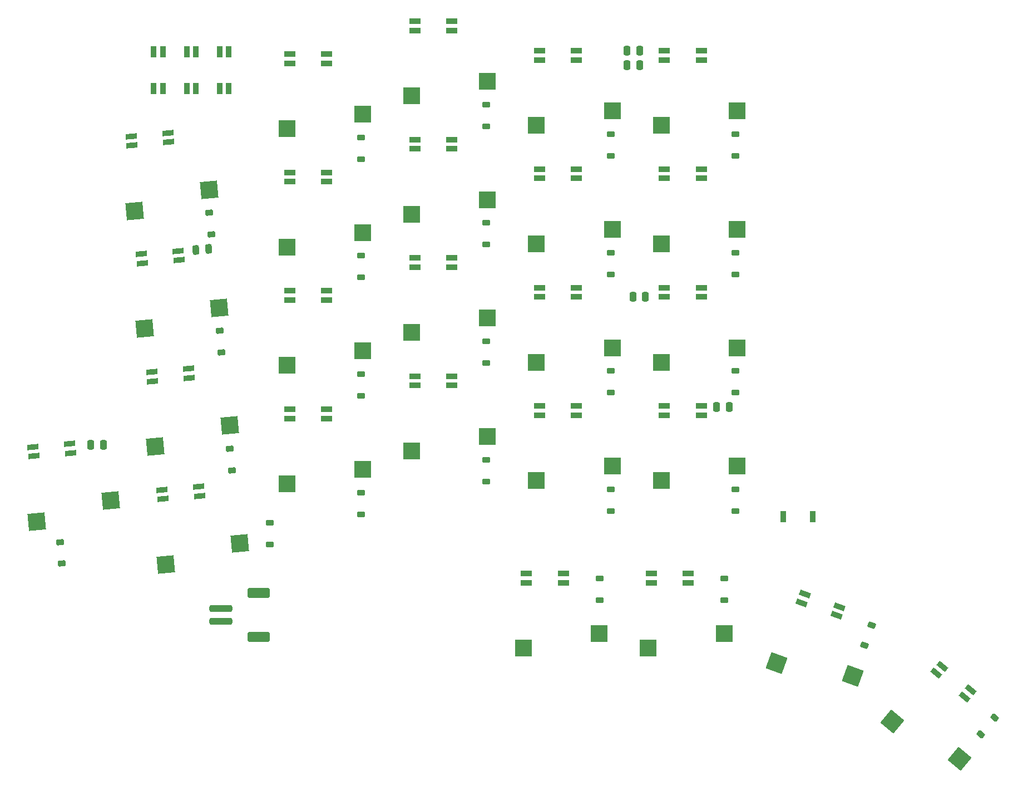
<source format=gtp>
G04 #@! TF.GenerationSoftware,KiCad,Pcbnew,8.0.5*
G04 #@! TF.CreationDate,2024-11-21T21:23:03+01:00*
G04 #@! TF.ProjectId,stellar,7374656c-6c61-4722-9e6b-696361645f70,rev?*
G04 #@! TF.SameCoordinates,Original*
G04 #@! TF.FileFunction,Paste,Top*
G04 #@! TF.FilePolarity,Positive*
%FSLAX46Y46*%
G04 Gerber Fmt 4.6, Leading zero omitted, Abs format (unit mm)*
G04 Created by KiCad (PCBNEW 8.0.5) date 2024-11-21 21:23:03*
%MOMM*%
%LPD*%
G01*
G04 APERTURE LIST*
G04 Aperture macros list*
%AMRoundRect*
0 Rectangle with rounded corners*
0 $1 Rounding radius*
0 $2 $3 $4 $5 $6 $7 $8 $9 X,Y pos of 4 corners*
0 Add a 4 corners polygon primitive as box body*
4,1,4,$2,$3,$4,$5,$6,$7,$8,$9,$2,$3,0*
0 Add four circle primitives for the rounded corners*
1,1,$1+$1,$2,$3*
1,1,$1+$1,$4,$5*
1,1,$1+$1,$6,$7*
1,1,$1+$1,$8,$9*
0 Add four rect primitives between the rounded corners*
20,1,$1+$1,$2,$3,$4,$5,0*
20,1,$1+$1,$4,$5,$6,$7,0*
20,1,$1+$1,$6,$7,$8,$9,0*
20,1,$1+$1,$8,$9,$2,$3,0*%
%AMRotRect*
0 Rectangle, with rotation*
0 The origin of the aperture is its center*
0 $1 length*
0 $2 width*
0 $3 Rotation angle, in degrees counterclockwise*
0 Add horizontal line*
21,1,$1,$2,0,0,$3*%
G04 Aperture macros list end*
%ADD10RoundRect,0.225000X0.375000X-0.225000X0.375000X0.225000X-0.375000X0.225000X-0.375000X-0.225000X0*%
%ADD11R,1.700000X0.825000*%
%ADD12RotRect,1.700000X0.825000X5.000000*%
%ADD13RoundRect,0.250000X0.250000X0.475000X-0.250000X0.475000X-0.250000X-0.475000X0.250000X-0.475000X0*%
%ADD14R,0.825000X1.700000*%
%ADD15RoundRect,0.225000X-0.375000X0.225000X-0.375000X-0.225000X0.375000X-0.225000X0.375000X0.225000X0*%
%ADD16RoundRect,0.225000X0.393183X-0.191460X0.353963X0.256827X-0.393183X0.191460X-0.353963X-0.256827X0*%
%ADD17RotRect,1.700000X0.825000X185.000000*%
%ADD18RotRect,1.700000X0.825000X340.000000*%
%ADD19RoundRect,0.250000X1.500000X-0.250000X1.500000X0.250000X-1.500000X0.250000X-1.500000X-0.250000X0*%
%ADD20RoundRect,0.250001X1.449999X-0.499999X1.449999X0.499999X-1.449999X0.499999X-1.449999X-0.499999X0*%
%ADD21RoundRect,0.250000X-0.207650X-0.494981X0.290448X-0.451404X0.207650X0.494981X-0.290448X0.451404X0*%
%ADD22R,0.900000X1.700000*%
%ADD23RotRect,1.700000X0.825000X320.000000*%
%ADD24RoundRect,0.225000X-0.275430X0.339688X-0.429339X-0.083173X0.275430X-0.339688X0.429339X0.083173X0*%
%ADD25RoundRect,0.225000X-0.142639X0.413405X-0.431894X0.068685X0.142639X-0.413405X0.431894X-0.068685X0*%
%ADD26RoundRect,0.250000X-0.250000X-0.475000X0.250000X-0.475000X0.250000X0.475000X-0.250000X0.475000X0*%
%ADD27R,2.600000X2.600000*%
%ADD28RotRect,2.600000X2.600000X5.000000*%
%ADD29RotRect,2.600000X2.600000X320.000000*%
%ADD30RotRect,2.600000X2.600000X340.000000*%
G04 APERTURE END LIST*
D10*
X146078201Y-70365578D03*
X146078201Y-67065578D03*
D11*
X176848634Y-120397840D03*
X176848634Y-121797840D03*
X171248634Y-121797840D03*
X171248634Y-120397840D03*
D12*
X82724962Y-100661515D03*
X82846980Y-102056187D03*
X77268290Y-102544259D03*
X77146272Y-101149587D03*
D11*
X178848634Y-94897840D03*
X178848634Y-96297840D03*
X173248634Y-96297840D03*
X173248634Y-94897840D03*
X121848634Y-59397840D03*
X121848634Y-60797840D03*
X116248634Y-60797840D03*
X116248634Y-59397840D03*
X135248634Y-73797840D03*
X135248634Y-72397840D03*
X140848634Y-72397840D03*
X140848634Y-73797840D03*
X135248634Y-37797840D03*
X135248634Y-36397840D03*
X140848634Y-36397840D03*
X140848634Y-37797840D03*
D10*
X165078201Y-110865578D03*
X165078201Y-107565578D03*
D11*
X159848634Y-94897840D03*
X159848634Y-96297840D03*
X154248634Y-96297840D03*
X154248634Y-94897840D03*
D13*
X170353100Y-78323600D03*
X168453100Y-78323600D03*
D10*
X146078201Y-52365578D03*
X146078201Y-49065578D03*
D12*
X99229732Y-71311343D03*
X99351750Y-72706015D03*
X93773060Y-73194087D03*
X93651042Y-71799415D03*
D14*
X96923123Y-46623603D03*
X95523123Y-46623603D03*
X95523123Y-41023603D03*
X96923123Y-41023603D03*
D15*
X163352085Y-121125631D03*
X163352085Y-124425631D03*
D11*
X121848634Y-95397840D03*
X121848634Y-96797840D03*
X116248634Y-96797840D03*
X116248634Y-95397840D03*
D16*
X107399882Y-104694036D03*
X107112268Y-101406594D03*
D10*
X127078201Y-57365578D03*
X127078201Y-54065578D03*
D17*
X92204257Y-55262582D03*
X92082239Y-53867910D03*
X97660929Y-53379838D03*
X97782947Y-54774510D03*
D11*
X140848634Y-90397840D03*
X140848634Y-91797840D03*
X135248634Y-91797840D03*
X135248634Y-90397840D03*
D15*
X113153100Y-112673600D03*
X113153100Y-115973600D03*
D10*
X127078201Y-93365578D03*
X127078201Y-90065578D03*
D11*
X178848634Y-58897840D03*
X178848634Y-60297840D03*
X173248634Y-60297840D03*
X173248634Y-58897840D03*
D18*
X199897010Y-125449323D03*
X199418183Y-126764890D03*
X194155904Y-124849577D03*
X194634731Y-123534010D03*
D11*
X116248634Y-42797840D03*
X116248634Y-41397840D03*
X121848634Y-41397840D03*
X121848634Y-42797840D03*
X173248634Y-78297840D03*
X173248634Y-76897840D03*
X178848634Y-76897840D03*
X178848634Y-78297840D03*
D19*
X105692802Y-127677605D03*
X105692802Y-125677605D03*
D20*
X111442802Y-130027605D03*
X111442802Y-123327605D03*
D10*
X184078201Y-92865578D03*
X184078201Y-89565578D03*
D16*
X105831079Y-86762531D03*
X105543465Y-83475089D03*
D21*
X101956715Y-71156398D03*
X103849485Y-70990802D03*
D16*
X104262276Y-68831026D03*
X103974662Y-65543584D03*
D17*
X95341863Y-91125592D03*
X95219845Y-89730920D03*
X100798535Y-89242848D03*
X100920553Y-90637520D03*
D11*
X154248634Y-42297840D03*
X154248634Y-40897840D03*
X159848634Y-40897840D03*
X159848634Y-42297840D03*
D10*
X146078201Y-106365578D03*
X146078201Y-103065578D03*
D13*
X169472802Y-43073600D03*
X167572802Y-43073600D03*
D10*
X165078201Y-92865578D03*
X165078201Y-89565578D03*
D11*
X157848634Y-120397840D03*
X157848634Y-121797840D03*
X152248634Y-121797840D03*
X152248634Y-120397840D03*
D10*
X184078201Y-110865578D03*
X184078201Y-107565578D03*
X127078201Y-111365578D03*
X127078201Y-108065578D03*
D22*
X191291800Y-111774900D03*
X195791800Y-111774900D03*
D11*
X173248634Y-42297840D03*
X173248634Y-40897840D03*
X178848634Y-40897840D03*
X178848634Y-42297840D03*
D23*
X219827690Y-138079170D03*
X218927787Y-139151633D03*
X214637940Y-135552022D03*
X215537843Y-134479559D03*
D14*
X101923123Y-46623603D03*
X100523123Y-46623603D03*
X100523123Y-41023603D03*
X101923123Y-41023603D03*
D24*
X204817433Y-128213107D03*
X203688767Y-131314093D03*
D13*
X169472802Y-40873600D03*
X167572802Y-40873600D03*
D11*
X159848634Y-58897840D03*
X159848634Y-60297840D03*
X154248634Y-60297840D03*
X154248634Y-58897840D03*
D25*
X223493700Y-142279627D03*
X221372500Y-144807573D03*
D10*
X146078201Y-88365578D03*
X146078201Y-85065578D03*
X165078201Y-56865578D03*
X165078201Y-53565578D03*
X127078201Y-75365578D03*
X127078201Y-72065578D03*
D11*
X154248634Y-78297840D03*
X154248634Y-76897840D03*
X159848634Y-76897840D03*
X159848634Y-78297840D03*
D10*
X165078201Y-74865578D03*
X165078201Y-71565578D03*
D26*
X85953100Y-100823600D03*
X87853100Y-100823600D03*
D11*
X116248634Y-78797840D03*
X116248634Y-77397840D03*
X121848634Y-77397840D03*
X121848634Y-78797840D03*
D14*
X106923123Y-46623603D03*
X105523123Y-46623603D03*
X105523123Y-41023603D03*
X106923123Y-41023603D03*
D10*
X184078201Y-74865578D03*
X184078201Y-71565578D03*
D12*
X102367338Y-107174353D03*
X102489356Y-108569025D03*
X96910666Y-109057097D03*
X96788648Y-107662425D03*
D15*
X182352085Y-121125631D03*
X182352085Y-124425631D03*
D10*
X184078201Y-56865578D03*
X184078201Y-53565578D03*
D16*
X81508778Y-118886865D03*
X81221164Y-115599423D03*
D26*
X181203100Y-95073600D03*
X183103100Y-95073600D03*
D11*
X140848634Y-54397840D03*
X140848634Y-55797840D03*
X135248634Y-55797840D03*
X135248634Y-54397840D03*
D27*
X153773634Y-70247840D03*
X165323634Y-68047840D03*
X115773634Y-106747840D03*
X127323634Y-104547840D03*
X115773634Y-88747840D03*
X127323634Y-86547840D03*
X153773634Y-106247840D03*
X165323634Y-104047840D03*
X172773634Y-88247840D03*
X184323634Y-86047840D03*
D28*
X77662297Y-112497796D03*
X88976603Y-109299518D03*
D27*
X172773634Y-106247840D03*
X184323634Y-104047840D03*
X115773634Y-52747840D03*
X127323634Y-50547840D03*
X172773634Y-52247840D03*
X184323634Y-50047840D03*
D28*
X92598264Y-65216119D03*
X103912570Y-62017841D03*
D27*
X134773634Y-47747840D03*
X146323634Y-45547840D03*
D29*
X207878331Y-142868840D03*
X218140277Y-148607739D03*
D27*
X115773634Y-70747840D03*
X127323634Y-68547840D03*
X153773634Y-52247840D03*
X165323634Y-50047840D03*
X151773634Y-131747840D03*
X163323634Y-129547840D03*
X170773634Y-131747840D03*
X182323634Y-129547840D03*
D28*
X94167067Y-83147624D03*
X105481373Y-79949346D03*
D30*
X190306449Y-134037060D03*
X201912343Y-135920069D03*
D27*
X134773634Y-83747840D03*
X146323634Y-81547840D03*
D28*
X95735870Y-101079129D03*
X107050176Y-97880851D03*
D27*
X153773634Y-88247840D03*
X165323634Y-86047840D03*
D28*
X97304673Y-119010634D03*
X108618979Y-115812356D03*
D27*
X172773634Y-70247840D03*
X184323634Y-68047840D03*
X134773634Y-101747840D03*
X146323634Y-99547840D03*
X134773634Y-65747840D03*
X146323634Y-63547840D03*
M02*

</source>
